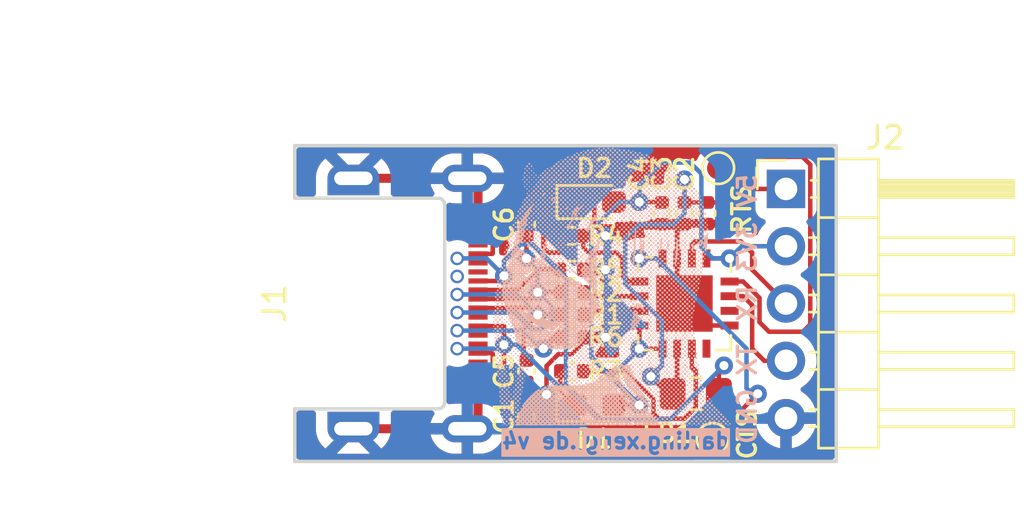
<source format=kicad_pcb>
(kicad_pcb (version 20221018) (generator pcbnew)
  (layers (0 "F.Cu" signal) (31 "B.Cu" signal) (34 "B.Paste" user) (35 "F.Paste" user) (36 "B.SilkS" user "B.Silkscreen") (37 "F.SilkS" user "F.Silkscreen") (38 "B.Mask" user) (39 "F.Mask" user) (44 "Edge.Cuts" user))
  (net 0 "")
  (net 1 "GND")
  (net 2 "VCC")
  (net 3 "+3V3")
  (net 4 "Net-(C5-Pad1)")
  (net 5 "Net-(C6-Pad1)")
  (net 6 "Net-(D1-K)")
  (net 7 "Net-(D2-K)")
  (net 9 "Net-(J1-CC1)")
  (net 11 "Net-(J1-CC2)")
  (net 12 "/RX")
  (net 13 "/TX")
  (net 14 "Net-(U1-USBDM)")
  (net 15 "Net-(U1-USBDP)")
  (net 16 "/RXLED")
  (net 17 "/TXLED")
  (net 18 "/CTS")
  (net 21 "/RTS")
  (net 22 "Net-(C1-Pad1)")
  (footprint "LED_SMD:LED_0603_1608Metric_Pad1.05x0.95mm_HandSolder" (layer "F.Cu") (at 100 143.5)
    (fp_text reference "D2" (at 0 -1.5) (layer "F.SilkS") (effects (font (size 0.8 0.8))))
    (fp_text value "TXLED")
    (pad "1" smd roundrect (at -0.875 0) (size 1.05 0.95) (layers "F.Cu" "F.Paste" "F.Mask") (net 7 "Net-(D2-K)"))
    (pad "2" smd roundrect (at 0.875 0) (size 1.05 0.95) (layers "F.Cu" "F.Paste" "F.Mask") (net 3 "+3V3"))
  )
  (footprint "Inductor_SMD:L_0805_2012Metric_Pad1.15x1.40mm_HandSolder" (layer "F.Cu") (at 104.5 152)
    (fp_text reference "FB1" (at -1.25 1.75 180) (layer "F.SilkS") (effects (font (size 0.8 0.8))))
    (fp_text value "Ferrite_Bead" hide)
    (pad "1" smd roundrect (at -1.025 0) (size 1.15 1.4) (layers "F.Cu" "F.Paste" "F.Mask") (roundrect_rratio 0.2173913043) (net 2 "VCC"))
    (pad "2" smd roundrect (at 1.025 0) (size 1.15 1.4) (layers "F.Cu" "F.Paste" "F.Mask") (roundrect_rratio 0.2173913043) (net 22 "Net-(C1-Pad1)"))
  )
  (footprint "Package_DFN_QFN:QFN-16-1EP_4x4mm_P0.65mm_EP2.5x2.5mm" (layer "F.Cu") (at 104 148 -90)
    (fp_text reference "U1" hide)
    (fp_text value "FT230XQ")
    (pad "1" smd rect (at -2 -0.975 270) (size 0.8 0.35) (layers "F.Cu" "F.Paste" "F.Mask") (net 3 "+3V3"))
    (pad "2" smd rect (at -2 -0.325 270) (size 0.8 0.35) (layers "F.Cu" "F.Paste" "F.Mask") (net 12 "/RX"))
    (pad "3" smd rect (at -2 0.325 270) (size 0.8 0.35) (layers "F.Cu" "F.Paste" "F.Mask") (net 1 "GND"))
    (pad "4" smd rect (at -2 0.975 270) (size 0.8 0.35) (layers "F.Cu" "F.Paste" "F.Mask") (net 18 "/CTS"))
    (pad "5" smd rect (at -0.975 2) (size 0.8 0.35) (layers "F.Cu" "F.Paste" "F.Mask") (net 17 "/TXLED"))
    (pad "6" smd rect (at -0.325 2) (size 0.8 0.35) (layers "F.Cu" "F.Paste" "F.Mask") (net 15 "Net-(U1-USBDP)"))
    (pad "7" smd rect (at 0.325 2) (size 0.8 0.35) (layers "F.Cu" "F.Paste" "F.Mask") (net 14 "Net-(U1-USBDM)"))
    (pad "8" smd rect (at 0.975 2) (size 0.8 0.35) (layers "F.Cu" "F.Paste" "F.Mask") (net 3 "+3V3"))
    (pad "9" smd rect (at 2 0.975 270) (size 0.8 0.35) (layers "F.Cu" "F.Paste" "F.Mask") (net 3 "+3V3"))
    (pad "10" smd rect (at 2 0.325 270) (size 0.8 0.35) (layers "F.Cu" "F.Paste" "F.Mask") (net 2 "VCC"))
    (pad "11" smd rect (at 2 -0.325 270) (size 0.8 0.35) (layers "F.Cu" "F.Paste" "F.Mask") (net 16 "/RXLED"))
    (pad "12" smd rect (at 2 -0.975 270) (size 0.8 0.35) (layers "F.Cu" "F.Paste" "F.Mask"))
    (pad "13" smd rect (at 0.975 -2) (size 0.8 0.35) (layers "F.Cu" "F.Paste" "F.Mask") (net 1 "GND"))
    (pad "14" smd rect (at 0.325 -2) (size 0.8 0.35) (layers "F.Cu" "F.Paste" "F.Mask"))
    (pad "15" smd rect (at -0.325 -2) (size 0.8 0.35) (layers "F.Cu" "F.Paste" "F.Mask") (net 13 "/TX"))
    (pad "16" smd rect (at -0.975 -2) (size 0.8 0.35) (layers "F.Cu" "F.Paste" "F.Mask") (net 21 "/RTS"))
    (pad "17" smd rect (at 0 0 270) (size 2.5 2.5) (layers "F.Cu" "F.Mask") (net 1 "GND"))
  )
  (footprint "Connector_PinHeader_2.54mm:PinHeader_1x05_P2.54mm_Horizontal" (layer "F.Cu") (at 108.5 142.92)
    (fp_text reference "J2" (at 4.385 -2.27) (layer "F.SilkS"))
    (fp_text value "Conn_01x05")
    (pad "1" thru_hole rect (at 0 0) (size 1.7 1.7) (drill 1) (layers "*.Cu" "*.Mask") (net 2 "VCC"))
    (pad "2" thru_hole oval (at 0 2.54) (size 1.7 1.7) (drill 1) (layers "*.Cu" "*.Mask") (net 3 "+3V3"))
    (pad "3" thru_hole oval (at 0 5.08) (size 1.7 1.7) (drill 1) (layers "*.Cu" "*.Mask") (net 12 "/RX"))
    (pad "4" thru_hole oval (at 0 7.62) (size 1.7 1.7) (drill 1) (layers "*.Cu" "*.Mask") (net 13 "/TX"))
    (pad "5" thru_hole oval (at 0 10.16) (size 1.7 1.7) (drill 1) (layers "*.Cu" "*.Mask") (net 1 "GND"))
  )
  (footprint "Resistor_SMD:R_0402_1005Metric" (layer "F.Cu") (at 99 145)
    (fp_text reference "R4" (at 1.5 0) (layer "F.SilkS") (effects (font (size 0.8 0.8))))
    (fp_text value "270R")
    (pad "1" smd roundrect (at -0.51 0) (size 0.54 0.64) (layers "F.Cu" "F.Paste" "F.Mask") (net 7 "Net-(D2-K)"))
    (pad "2" smd roundrect (at 0.51 0) (size 0.54 0.64) (layers "F.Cu" "F.Paste" "F.Mask") (net 17 "/TXLED"))
  )
  (footprint "Resistor_SMD:R_0402_1005Metric" (layer "F.Cu") (at 99 147.5)
    (fp_text reference "R2" (at 1.5 0) (layer "F.SilkS") (effects (font (size 0.8 0.8))))
    (fp_text value "27R")
    (pad "1" smd roundrect (at -0.51 0) (size 0.54 0.64) (layers "F.Cu" "F.Paste" "F.Mask") (net 5 "Net-(C6-Pad1)"))
    (pad "2" smd roundrect (at 0.51 0) (size 0.54 0.64) (layers "F.Cu" "F.Paste" "F.Mask") (net 15 "Net-(U1-USBDP)"))
  )
  (footprint "Capacitor_SMD:C_0402_1005Metric" (layer "F.Cu") (at 97 151 -90)
    (fp_text reference "C5" (at 0 1 90) (layer "F.SilkS") (effects (font (size 0.8 0.8))))
    (fp_text value "47pF")
    (pad "1" smd roundrect (at -0.48 0 270) (size 0.56 0.62) (layers "F.Cu" "F.Paste" "F.Mask") (net 4 "Net-(C5-Pad1)"))
    (pad "2" smd roundrect (at 0.48 0 270) (size 0.56 0.62) (layers "F.Cu" "F.Paste" "F.Mask") (net 1 "GND"))
  )
  (footprint "HIROSE_CX70M-24P1:CX70M-24P1" (layer "F.Cu") (at 86.725 148 -90)
    (fp_text reference "J1" (at 0 0.9 90) (layer "F.SilkS"))
    (fp_text value "USB_C_Receptacle_USB2.0")
    (pad "A1" smd rect (at -2.2 -8.125 270) (size 0.23 0.85) (layers "F.Cu" "F.Paste" "F.Mask") (net 1 "GND"))
    (pad "A2" smd rect (at -1.8 -8.125 270) (size 0.23 0.85) (layers "F.Cu" "F.Paste" "F.Mask"))
    (pad "A3" smd rect (at -1.4 -8.125 270) (size 0.23 0.85) (layers "F.Cu" "F.Paste" "F.Mask"))
    (pad "A4" smd rect (at -1 -8.125 270) (size 0.23 0.85) (layers "F.Cu" "F.Paste" "F.Mask") (net 22 "Net-(C1-Pad1)"))
    (pad "A5" smd rect (at -0.6 -8.125 270) (size 0.23 0.85) (layers "F.Cu" "F.Paste" "F.Mask") (net 9 "Net-(J1-CC1)"))
    (pad "A6" smd rect (at -0.2 -8.125 270) (size 0.23 0.85) (layers "F.Cu" "F.Paste" "F.Mask") (net 5 "Net-(C6-Pad1)"))
    (pad "A7" smd rect (at 0.2 -8.125 270) (size 0.23 0.85) (layers "F.Cu" "F.Paste" "F.Mask") (net 4 "Net-(C5-Pad1)"))
    (pad "A8" smd rect (at 0.6 -8.125 270) (size 0.23 0.85) (layers "F.Cu" "F.Paste" "F.Mask"))
    (pad "A9" smd rect (at 1 -8.125 270) (size 0.23 0.85) (layers "F.Cu" "F.Paste" "F.Mask") (net 22 "Net-(C1-Pad1)"))
    (pad "A10" smd rect (at 1.4 -8.125 270) (size 0.23 0.85) (layers "F.Cu" "F.Paste" "F.Mask"))
    (pad "A11" smd rect (at 1.8 -8.125 270) (size 0.23 0.85) (layers "F.Cu" "F.Paste" "F.Mask"))
    (pad "A12" smd rect (at 2.2 -8.125 270) (size 0.23 0.85) (layers "F.Cu" "F.Paste" "F.Mask") (net 1 "GND"))
    (pad "B1" smd rect (at 3.4 -8.125 270) (size 0.23 0.85) (layers "F.Cu" "F.Paste" "F.Mask") (net 1 "GND"))
    (pad "B2" smd rect (at 3 -8.125 270) (size 0.23 0.85) (layers "F.Cu" "F.Paste" "F.Mask"))
    (pad "B3" smd rect (at 2.6 -8.125 270) (size 0.23 0.85) (layers "F.Cu" "F.Paste" "F.Mask"))
    (pad "B4" thru_hole circle (at 2 -7.2 270) (size 0.6 0.6) (drill 0.4) (layers "*.Cu" "*.Mask") (net 22 "Net-(C1-Pad1)"))
    (pad "B5" thru_hole circle (at 1.2 -7.2 270) (size 0.6 0.6) (drill 0.4) (layers "*.Cu" "*.Mask") (net 11 "Net-(J1-CC2)"))
    (pad "B6" thru_hole circle (at 0.4 -7.2 270) (size 0.6 0.6) (drill 0.4) (layers "*.Cu" "*.Mask") (net 5 "Net-(C6-Pad1)"))
    (pad "B7" thru_hole circle (at -0.4 -7.2 270) (size 0.6 0.6) (drill 0.4) (layers "*.Cu" "*.Mask") (net 4 "Net-(C5-Pad1)"))
    (pad "B8" thru_hole circle (at -1.2 -7.2 270) (size 0.6 0.6) (drill 0.4) (layers "*.Cu" "*.Mask"))
    (pad "B9" thru_hole circle (at -2 -7.2 270) (size 0.6 0.6) (drill 0.4) (layers "*.Cu" "*.Mask") (net 22 "Net-(C1-Pad1)"))
    (pad "B10" smd rect (at -2.6 -8.125 270) (size 0.23 0.85) (layers "F.Cu" "F.Paste" "F.Mask"))
    (pad "B11" smd rect (at -3 -8.125 270) (size 0.23 0.85) (layers "F.Cu" "F.Paste" "F.Mask"))
    (pad "B12" smd rect (at -3.4 -8.125 270) (size 0.23 0.85) (layers "F.Cu" "F.Paste" "F.Mask") (net 1 "GND"))
    (pad "S1" thru_hole oval (at -5.55 -7.65 270) (size 1.2 2.3) (drill oval 0.6 1.7) (layers "*.Cu" "*.Mask") (net 1 "GND"))
    (pad "S1" thru_hole custom (at -5.55 -2.6 270) (size 0.7 1.8) (drill oval 0.6 1.7) (layers "*.Cu" "*.Mask") (net 1 "GND") (options (clearance outline) (anchor rect)) (primitives (gr_line (start 0.45 0.55) (end 0.45 -0.55) (width 0.3)) (gr_line (start -0.45 0.55) (end -0.45 -0.55) (width 0.3)) (gr_arc (start 0.45 0.55) (mid 0 1) (end -0.45 0.55) (width 0.3)) (gr_arc (start -0.45 -0.55) (mid 0 -1) (end 0.45 -0.55) (width 0.3)) (gr_poly (pts (xy 0 -1.15) (xy 0.75 -1.15) (xy 0.75 1.15) (xy 0 1.15) (xy 0 0.85) (xy 0.3 0.85) (xy 0.3 -0.85) (xy 0 -0.85)) (width 0) (fill yes))))
    (pad "S1" smd rect (at -3.915 -8.125 270) (size 0.46 0.85) (layers "F.Cu" "F.Paste" "F.Mask") (net 1 "GND"))
    (pad "S1" smd rect (at 3.915 -8.125 270) (size 0.46 0.85) (layers "F.Cu" "F.Paste" "F.Mask") (net 1 "GND"))
    (pad "S1" thru_hole oval (at 5.55 -7.65 270) (size 1.2 2.3) (drill oval 0.6 1.7) (layers "*.Cu" "*.Mask") (net 1 "GND"))
    (pad "S1" thru_hole custom (at 5.55 -2.6 270) (size 0.7 1.8) (drill oval 0.6 1.7) (layers "*.Cu" "*.Mask") (net 1 "GND") (options (clearance outline) (anchor rect)) (primitives (gr_line (start 0.45 0.55) (end 0.45 -0.55) (width 0.3)) (gr_line (start -0.45 0.55) (end -0.45 -0.55) (width 0.3)) (gr_arc (start 0.45 0.55) (mid 0 1) (end -0.45 0.55) (width 0.3)) (gr_arc (start -0.45 -0.55) (mid 0 -1) (end 0.45 -0.55) (width 0.3)) (gr_poly (pts (xy 0 -1.15) (xy -0.75 -1.15) (xy -0.75 1.15) (xy 0 1.15) (xy 0 0.85) (xy -0.3 0.85) (xy -0.3 -0.85) (xy 0 -0.85)) (width 0) (fill yes))))
  )
  (footprint "TestPoint:TestPoint_Pad_D1.0mm" (layer "F.Cu") (at 105.25 154)
    (fp_text reference "TP2" hide)
    (fp_text value "TestPoint" hide)
    (pad "1" smd circle (at 0 0) (size 1 1) (layers "F.Cu" "F.Mask") (net 18 "/CTS"))
  )
  (footprint "Capacitor_SMD:C_0402_1005Metric" (layer "F.Cu") (at 104 144 -90)
    (fp_text reference "C3" (at -1.75 1 90) (layer "F.SilkS") (effects (font (size 0.8 0.8))))
    (fp_text value "4.7uF")
    (pad "1" smd roundrect (at -0.48 0 270) (size 0.56 0.62) (layers "F.Cu" "F.Paste" "F.Mask") (net 2 "VCC"))
    (pad "2" smd roundrect (at 0.48 0 270) (size 0.56 0.62) (layers "F.Cu" "F.Paste" "F.Mask") (net 1 "GND"))
  )
  (footprint "Capacitor_SMD:C_0402_1005Metric" (layer "F.Cu") (at 103 144 -90)
    (fp_text reference "C4" (at -1.75 1 90) (layer "F.SilkS") (effects (font (size 0.8 0.8))))
    (fp_text value "100nF")
    (pad "1" smd roundrect (at -0.48 0 270) (size 0.56 0.62) (layers "F.Cu" "F.Paste" "F.Mask") (net 3 "+3V3"))
    (pad "2" smd roundrect (at 0.48 0 270) (size 0.56 0.62) (layers "F.Cu" "F.Paste" "F.Mask") (net 1 "GND"))
  )
  (footprint "TestPoint:TestPoint_Pad_D1.0mm" (layer "F.Cu") (at 105.5 142)
    (fp_text reference "TP1" hide)
    (fp_text value "TestPoint" hide)
    (pad "1" smd circle (at 0 0) (size 1 1) (layers "F.Cu" "F.Mask") (net 21 "/RTS"))
  )
  (footprint "LED_SMD:LED_0603_1608Metric_Pad1.05x0.95mm_HandSolder" (layer "F.Cu") (at 100 152.5)
    (fp_text reference "D1" (at 0 1.5) (layer "F.SilkS") (effects (font (size 0.8 0.8))))
    (fp_text value "RXLED")
    (pad "1" smd roundrect (at -0.875 0) (size 1.05 0.95) (layers "F.Cu" "F.Paste" "F.Mask") (net 6 "Net-(D1-K)"))
    (pad "2" smd roundrect (at 0.875 0) (size 1.05 0.95) (layers "F.Cu" "F.Paste" "F.Mask") (net 3 "+3V3"))
  )
  (footprint "Resistor_SMD:R_0402_1005Metric" (layer "F.Cu") (at 99 151)
    (fp_text reference "R3" (at 1.5 0) (layer "F.SilkS") (effects (font (size 0.8 0.8))))
    (fp_text value "270R")
    (pad "1" smd roundrect (at -0.51 0) (size 0.54 0.64) (layers "F.Cu" "F.Paste" "F.Mask") (net 6 "Net-(D1-K)"))
    (pad "2" smd roundrect (at 0.51 0) (size 0.54 0.64) (layers "F.Cu" "F.Paste" "F.Mask") (net 16 "/RXLED"))
  )
  (footprint "Resistor_SMD:R_0402_1005Metric" (layer "F.Cu") (at 99 146.5)
    (fp_text reference "R5" (at 1.5 0) (layer "F.SilkS") (effects (font (size 0.8 0.8))))
    (fp_text value "5k1")
    (pad "1" smd roundrect (at -0.51 0) (size 0.54 0.64) (layers "F.Cu" "F.Paste" "F.Mask") (net 9 "Net-(J1-CC1)"))
    (pad "2" smd roundrect (at 0.51 0) (size 0.54 0.64) (layers "F.Cu" "F.Paste" "F.Mask") (net 1 "GND"))
  )
  (footprint "Resistor_SMD:R_0402_1005Metric" (layer "F.Cu") (at 99 149.5 180)
    (fp_text reference "R6" (at -1.5 0) (layer "F.SilkS") (effects (font (size 0.8 0.8))))
    (fp_text value "5k1")
    (pad "1" smd roundrect (at -0.51 0 180) (size 0.54 0.64) (layers "F.Cu" "F.Paste" "F.Mask") (net 1 "GND"))
    (pad "2" smd roundrect (at 0.51 0 180) (size 0.54 0.64) (layers "F.Cu" "F.Paste" "F.Mask") (net 11 "Net-(J1-CC2)"))
  )
  (footprint "Capacitor_SMD:C_0402_1005Metric" (layer "F.Cu") (at 97 153 90)
    (fp_text reference "C1" (at 0 -1 90) (layer "F.SilkS") (effects (font (size 0.8 0.8))))
    (fp_text value "10nF")
    (pad "1" smd roundrect (at -0.48 0 90) (size 0.56 0.62) (layers "F.Cu" "F.Paste" "F.Mask") (net 22 "Net-(C1-Pad1)"))
    (pad "2" smd roundrect (at 0.48 0 90) (size 0.56 0.62) (layers "F.Cu" "F.Paste" "F.Mask") (net 1 "GND"))
  )
  (footprint "Resistor_SMD:R_0402_1005Metric" (layer "F.Cu") (at 99 148.5 180)
    (fp_text reference "R1" (at -1.5 0) (layer "F.SilkS") (effects (font (size 0.8 0.8))))
    (fp_text value "27R")
    (pad "1" smd roundrect (at -0.51 0 180) (size 0.54 0.64) (layers "F.Cu" "F.Paste" "F.Mask") (net 14 "Net-(U1-USBDM)"))
    (pad "2" smd roundrect (at 0.51 0 180) (size 0.54 0.64) (layers "F.Cu" "F.Paste" "F.Mask") (net 4 "Net-(C5-Pad1)"))
  )
  (footprint "Capacitor_SMD:C_0402_1005Metric" (layer "F.Cu") (at 105 144 -90)
    (fp_text reference "C2" (at -1.75 1 90) (layer "F.SilkS") (effects (font (size 0.8 0.8))))
    (fp_text value "100nF")
    (pad "1" smd roundrect (at -0.48 0 270) (size 0.56 0.62) (layers "F.Cu" "F.Paste" "F.Mask") (net 2 "VCC"))
    (pad "2" smd roundrect (at 0.48 0 270) (size 0.56 0.62) (layers "F.Cu" "F.Paste" "F.Mask") (net 1 "GND"))
  )
  (footprint "Capacitor_SMD:C_0402_1005Metric" (layer "F.Cu") (at 97 144.5 90)
    (fp_text reference "C6" (at 0 -1 90) (layer "F.SilkS") (effects (font (size 0.8 0.8))))
    (fp_text value "47pF")
    (pad "1" smd roundrect (at -0.48 0 90) (size 0.56 0.62) (layers "F.Cu" "F.Paste" "F.Mask") (net 5 "Net-(C6-Pad1)"))
    (pad "2" smd roundrect (at 0.48 0 90) (size 0.56 0.62) (layers "F.Cu" "F.Paste" "F.Mask") (net 1 "GND"))
  )
  (footprint "002:002_inv" (layer "B.Cu") (at 102.3 146.9 180)
    (fp_text reference "G***" hide)
    (fp_text value "LOGO" hide)
  )
  (gr_line (start 86.725 152.67) (end 93.075 152.67) (stroke (width 0.15)) (layer "Edge.Cuts"))
  (gr_line (start 86.725 155) (end 86.725 152.67) (stroke (width 0.15)) (layer "Edge.Cuts"))
  (gr_line (start 86.725 141) (end 110.725 141) (stroke (width 0.15)) (layer "Edge.Cuts"))
  (gr_line (start 86.725 143.33) (end 93.075 143.33) (stroke (width 0.15)) (layer "Edge.Cuts"))
  (gr_line (start 110.725 141) (end 110.725 155) (stroke (width 0.15)) (layer "Edge.Cuts"))
  (gr_line (start 93.375 143.63) (end 93.375 152.37) (stroke (width 0.15)) (layer "Edge.Cuts"))
  (gr_line (start 86.725 143.33) (end 86.725 141) (stroke (width 0.15)) (layer "Edge.Cuts"))
  (gr_arc (start 93.375 152.37) (mid 93.287132 152.582132) (end 93.075 152.67) (stroke (width 0.15)) (layer "Edge.Cuts"))
  (gr_arc (start 93.075 143.33) (mid 93.287132 143.417868) (end 93.375 143.63) (stroke (width 0.15)) (layer "Edge.Cuts"))
  (gr_line (start 110.725 155) (end 86.725 155) (stroke (width 0.15)) (layer "Edge.Cuts"))
  (gr_text "3V3" (at 107.25 145.5 90) (layer "B.SilkS") (effects (font (size 0.8 0.8) (thickness 0.15) bold) (justify bottom mirror)))
  (gr_text "RX" (at 107.25 148 90) (layer "B.SilkS") (effects (font (size 0.8 0.8) (thickness 0.15) bold) (justify bottom mirror)))
  (gr_text "TX" (at 107.25 150.5 90) (layer "B.SilkS") (effects (font (size 0.8 0.8) (thickness 0.15) bold) (justify bottom mirror)))
  (gr_text "5V" (at 107.25 143 90) (layer "B.SilkS") (effects (font (size 0.8 0.8) (thickness 0.15) bold) (justify bottom mirror)))
  (gr_text "darling.xengi.de v4" (at 106.1 154.5) (layer "B.SilkS" knockout) (effects (font (size 0.7 0.7)) (justify left bottom mirror)))
  (gr_text "GND" (at 107.25 153 90) (layer "B.SilkS") (effects (font (size 0.8 0.8) (thickness 0.15) bold) (justify bottom mirror)))
  (gr_text "RTS" (at 107 145 90) (layer "F.SilkS") (effects (font (size 0.8 0.8) (thickness 0.15) bold) (justify left bottom)))
  (gr_text "CTS" (at 107.25 155 90) (layer "F.SilkS") (effects (font (size 0.8 0.8) (thickness 0.15) bold) (justify left bottom)))
  (segment (start 103 144.48) (end 104 144.48) (width 0.2) (layer "F.Cu") (net 1))
  (segment (start 103.675 144.805) (end 104 144.48) (width 0.2) (layer "F.Cu") (net 1))
  (segment (start 99.51 146.5) (end 98.76 145.75) (width 0.2) (layer "F.Cu") (net 1))
  (segment (start 94.85 142.925) (end 94.375 142.45) (width 0.4) (layer "F.Cu") (net 1))
  (segment (start 106 148.975) (end 104.975 148.975) (width 0.2) (layer "F.Cu") (net 1))
  (segment (start 97.5 142.75) (end 99.563482 142.75) (width 0.2) (layer "F.Cu") (net 1))
  (segment (start 103.675 147.675) (end 104 148) (width 0.2) (layer "F.Cu") (net 1))
  (segment (start 95.502 151.373) (end 95.475 151.4) (width 0.2) (layer "F.Cu") (net 1))
  (segment (start 101.02 144.48) (end 103 144.48) (width 0.2) (layer "F.Cu") (net 1))
  (segment (start 95.475 144.6) (end 94.85 144.6) (width 0.2) (layer "F.Cu") (net 1))
  (segment (start 94.85 145.8) (end 95.475 145.8) (width 0.2) (layer "F.Cu") (net 1))
  (segment (start 95.502 150.227) (end 95.502 151.373) (width 0.2) (layer "F.Cu") (net 1))
  (segment (start 97.27 144.02) (end 97.75 144.5) (width 0.2) (layer "F.Cu") (net 1))
  (segment (start 97 143.25) (end 97.5 142.75) (width 0.2) (layer "F.Cu") (net 1))
  (segment (start 105 144.48) (end 104 144.48) (width 0.2) (layer "F.Cu") (net 1))
  (segment (start 98 145.75) (end 97.75 145.5) (width 0.2) (layer "F.Cu") (net 1))
  (segment (start 98.404312 150.25) (end 97.886003 150.768309) (width 0.2) (layer "F.Cu") (net 1))
  (segment (start 89.325 153.55) (end 94.375 153.55) (width 0.4) (layer "F.Cu") (net 1))
  (segment (start 95.475 150.2) (end 95.502 150.227) (width 0.2) (layer "F.Cu") (net 1))
  (segment (start 99.51 149.5) (end 99.51 149.74) (width 0.2) (layer "F.Cu") (net 1))
  (segment (start 94.85 151.4) (end 94.85 151.915) (width 0.2) (layer "F.Cu") (net 1))
  (segment (start 97.75 145.5) (end 97.75 144.5) (width 0.2) (layer "F.Cu") (net 1))
  (segment (start 100 144.5) (end 100.5 145) (width 0.2) (layer "F.Cu") (net 1))
  (segment (start 104.975 148.975) (end 104 148) (width 0.2) (layer "F.Cu") (net 1))
  (segment (start 94.85 153.075) (end 94.375 153.55) (width 0.4) (layer "F.Cu") (net 1))
  (segment (start 100 143.186518) (end 100 144.5) (width 0.2) (layer "F.Cu") (net 1))
  (segment (start 94.85 144.6) (end 94.85 144.085) (width 0.2) (layer "F.Cu") (net 1))
  (segment (start 97 144.02) (end 97.27 144.02) (width 0.2) (layer "F.Cu") (net 1))
  (segment (start 99.51 146.5) (end 100.5 146.5) (width 0.2) (layer "F.Cu") (net 1))
  (segment (start 100.5 149.5) (end 99.51 149.5) (width 0.2) (layer "F.Cu") (net 1))
  (segment (start 99 150.25) (end 98.404312 150.25) (width 0.2) (layer "F.Cu") (net 1))
  (segment (start 98.76 145.75) (end 98 145.75) (width 0.2) (layer "F.Cu") (net 1))
  (segment (start 94.85 151.915) (end 94.85 153.075) (width 0.4) (layer "F.Cu") (net 1))
  (segment (start 97.886003 150.768309) (end 97.886003 152.031407) (width 0.2) (layer "F.Cu") (net 1))
  (segment (start 94.85 144.085) (end 94.85 142.925) (width 0.4) (layer "F.Cu") (net 1))
  (segment (start 99.51 149.74) (end 99 150.25) (width 0.2) (layer "F.Cu") (net 1))
  (segment (start 95.502 145.773) (end 95.502 144.627) (width 0.2) (layer "F.Cu") (net 1))
  (segment (start 99.563482 142.75) (end 100 143.186518) (width 0.2) (layer "F.Cu") (net 1))
  (segment (start 95.475 145.8) (end 95.502 145.773) (width 0.2) (layer "F.Cu") (net 1))
  (segment (start 95.502 144.627) (end 95.475 144.6) (width 0.2) (layer "F.Cu") (net 1))
  (segment (start 103.675 146) (end 103.675 147.675) (width 0.2) (layer "F.Cu") (net 1))
  (segment (start 103.675 146) (end 103.675 144.805) (width 0.2) (layer "F.Cu") (net 1))
  (segment (start 89.325 142.45) (end 94.375 142.45) (width 0.4) (layer "F.Cu") (net 1))
  (segment (start 95.475 151.4) (end 94.85 151.4) (width 0.2) (layer "F.Cu") (net 1))
  (segment (start 97 144.02) (end 97 143.25) (width 0.2) (layer "F.Cu") (net 1))
  (segment (start 100.5 145) (end 101.02 144.48) (width 0.2) (layer "F.Cu") (net 1))
  (segment (start 94.85 150.2) (end 95.475 150.2) (width 0.2) (layer "F.Cu") (net 1))
  (via (at 100.5 145) (size 0.8) (drill 0.4) (layers "F.Cu" "B.Cu") (net 1))
  (via (at 100.5 146.5) (size 0.8) (drill 0.4) (layers "F.Cu" "B.Cu") (net 1))
  (via (at 100.5 149.5) (size 0.8) (drill 0.4) (layers "F.Cu" "B.Cu") (net 1))
  (via (at 97.886003 152.031407) (size 0.8) (drill 0.4) (layers "F.Cu" "B.Cu") (net 1))
  (segment (start 100.5 146) (end 100.5 146.5) (width 0.2) (layer "B.Cu") (net 1))
  (segment (start 100.5 146) (end 100.5 145) (width 0.2) (layer "B.Cu") (net 1))
  (segment (start 100.5 146.5) (end 100.5 149.5) (width 0.2) (layer "B.Cu") (net 1))
  (segment (start 105 143.52) (end 104 143.52) (width 0.2) (layer "F.Cu") (net 2))
  (segment (start 103.675 151.8) (end 103.475 152) (width 0.2) (layer "F.Cu") (net 2))
  (segment (start 103.675 150) (end 103.675 151.8) (width 0.2) (layer "F.Cu") (net 2))
  (segment (start 104 143.52) (end 104 142.5) (width 0.2) (layer "F.Cu") (net 2))
  (segment (start 106 143.52) (end 106.6 142.92) (width 0.2) (layer "F.Cu") (net 2))
  (segment (start 105 143.52) (end 106 143.52) (width 0.2) (layer "F.Cu") (net 2))
  (segment (start 106.6 142.92) (end 108.5 142.92) (width 0.2) (layer "F.Cu") (net 2))
  (segment (start 103.272718 152) (end 102.511359 151.238641) (width 0.2) (layer "F.Cu") (net 2))
  (segment (start 103.475 152) (end 103.272718 152) (width 0.2) (layer "F.Cu") (net 2))
  (via (at 102.511359 151.238641) (size 0.8) (drill 0.4) (layers "F.Cu" "B.Cu") (net 2))
  (via (at 104 142.5) (size 0.8) (drill 0.4) (layers "F.Cu" "B.Cu") (net 2))
  (segment (start 103 150.75) (end 103 148.75) (width 0.2) (layer "B.Cu") (net 2))
  (segment (start 104 144) (end 103.5 144.5) (width 0.2) (layer "B.Cu") (net 2))
  (segment (start 103 148.75) (end 101.373 147.123) (width 0.2) (layer "B.Cu") (net 2))
  (segment (start 101.373 147.123) (end 101.373 145.127) (width 0.2) (layer "B.Cu") (net 2))
  (segment (start 102.511359 151.238641) (end 103 150.75) (width 0.2) (layer "B.Cu") (net 2))
  (segment (start 104 142.5) (end 104 144) (width 0.2) (layer "B.Cu") (net 2))
  (segment (start 103.5 144.5) (end 102 144.5) (width 0.2) (layer "B.Cu") (net 2))
  (segment (start 101.373 145.127) (end 102 144.5) (width 0.2) (layer "B.Cu") (net 2))
  (segment (start 100.875 143.5) (end 102 143.5) (width 0.2) (layer "F.Cu") (net 3))
  (segment (start 102.98 143.5) (end 103 143.52) (width 0.2) (layer "F.Cu") (net 3))
  (segment (start 104.975 146) (end 106 146) (width 0.2) (layer "F.Cu") (net 3))
  (segment (start 102 143.5) (end 102.98 143.5) (width 0.2) (layer "F.Cu") (net 3))
  (segment (start 102 152.5) (end 100.875 152.5) (width 0.2) (layer "F.Cu") (net 3))
  (segment (start 103.025 150) (end 102 150) (width 0.2) (layer "F.Cu") (net 3))
  (segment (start 102 148.975) (end 102 150) (width 0.2) (layer "F.Cu") (net 3))
  (via (at 102 143.5) (size 0.8) (drill 0.4) (layers "F.Cu" "B.Cu") (net 3))
  (via (at 106 146) (size 0.8) (drill 0.4) (layers "F.Cu" "B.Cu") (net 3))
  (via (at 102 150) (size 0.8) (drill 0.4) (layers "F.Cu" "B.Cu") (net 3))
  (via (at 102 152.5) (size 0.8) (drill 0.4) (layers "F.Cu" "B.Cu") (net 3))
  (segment (start 102 152.5) (end 100.625 151.125) (width 0.2) (layer "B.Cu") (net 3))
  (segment (start 102 143.5) (end 101.113288 143.5) (width 0.2) (layer "B.Cu") (net 3))
  (segment (start 99.873 144.740288) (end 99.873 149.5) (width 0.2) (layer "B.Cu") (net 3))
  (segment (start 99.873 150.373) (end 99.873 149.5) (width 0.2) (layer "B.Cu") (net 3))
  (segment (start 99.873 149.5) (end 99.873 149.873) (width 0.2) (layer "B.Cu") (net 3))
  (segment (start 104.75 142.25) (end 104.25 141.75) (width 0.2) (layer "B.Cu") (net 3))
  (segment (start 103 141.75) (end 102 142.75) (width 0.2) (layer "B.Cu") (net 3))
  (segment (start 101.25 150.75) (end 102 150) (width 0.2) (layer "B.Cu") (net 3))
  (segment (start 106 146) (end 106.54 145.46) (width 0.2) (layer "B.Cu") (net 3))
  (segment (start 102 150) (end 100.875 151.125) (width 0.2) (layer "B.Cu") (net 3))
  (segment (start 100.625 151.125) (end 99.873 150.373) (width 0.2) (layer "B.Cu") (net 3))
  (segment (start 102 152.5) (end 101.5 152) (width 0.2) (layer "B.Cu") (net 3))
  (segment (start 102 142.75) (end 102 143.5) (width 0.2) (layer "B.Cu") (net 3))
  (segment (start 106.54 145.46) (end 108.5 145.46) (width 0.2) (layer "B.Cu") (net 3))
  (segment (start 100.875 151.125) (end 100.625 151.125) (width 0.2) (layer "B.Cu") (net 3))
  (segment (start 104.25 141.75) (end 103 141.75) (width 0.2) (layer "B.Cu") (net 3))
  (segment (start 106 146) (end 105.25 146) (width 0.2) (layer "B.Cu") (net 3))
  (segment (start 101.113288 143.5) (end 99.873 144.740288) (width 0.2) (layer "B.Cu") (net 3))
  (segment (start 105.25 146) (end 104.75 145.5) (width 0.2) (layer "B.Cu") (net 3))
  (segment (start 104.75 145.5) (end 104.75 142.25) (width 0.2) (layer "B.Cu") (net 3))
  (segment (start 101.5 150.5) (end 102 150) (width 0.2) (layer "B.Cu") (net 3))
  (segment (start 96.873 150.393) (end 96.873 149.127) (width 0.2) (layer "F.Cu") (net 4))
  (segment (start 97.2 148.2) (end 97.5 148.5) (width 0.2) (layer "F.Cu") (net 4))
  (segment (start 98.49 148.5) (end 97.5 148.5) (width 0.2) (layer "F.Cu") (net 4))
  (segment (start 94.85 148.2) (end 97.2 148.2) (width 0.2) (layer "F.Cu") (net 4))
  (segment (start 96.873 149.127) (end 97.5 148.5) (width 0.2) (layer "F.Cu") (net 4))
  (segment (start 97 150.52) (end 96.873 150.393) (width 0.2) (layer "F.Cu") (net 4))
  (via (at 97.5 148.5) (size 0.8) (drill 0.4) (layers "F.Cu" "B.Cu") (net 4))
  (segment (start 96.6 147.6) (end 97.5 148.5) (width 0.2) (layer "B.Cu") (net 4))
  (segment (start 93.925 147.6) (end 96.6 147.6) (width 0.2) (layer "B.Cu") (net 4))
  (segment (start 94.85 147.8) (end 97.2 147.8) (width 0.2) (layer "F.Cu") (net 5))
  (segment (start 98.49 147.5) (end 97.5 147.5) (width 0.2) (layer "F.Cu") (net 5))
  (segment (start 97.2 147.8) (end 97.5 147.5) (width 0.2) (layer "F.Cu") (net 5))
  (segment (start 97 146) (end 97 144.98) (width 0.2) (layer "F.Cu") (net 5))
  (via (at 97 146) (size 0.8) (drill 0.4) (layers "F.Cu" "B.Cu") (net 5))
  (via (at 97.5 147.5) (size 0.8) (drill 0.4) (layers "F.Cu" "B.Cu") (net 5))
  (segment (start 97.240288 149.127) (end 97.759712 149.127) (width 0.2) (layer "B.Cu") (net 5))
  (segment (start 97.5 147.5) (end 97.5 146.5) (width 0.2) (layer "B.Cu") (net 5))
  (segment (start 98.127 148.759712) (end 98.127 148.127) (width 0.2) (layer "B.Cu") (net 5))
  (segment (start 93.925 148.4) (end 96.513288 148.4) (width 0.2) (layer "B.Cu") (net 5))
  (segment (start 96.513288 148.4) (end 97.240288 149.127) (width 0.2) (layer "B.Cu") (net 5))
  (segment (start 97.759712 149.127) (end 98.127 148.759712) (width 0.2) (layer "B.Cu") (net 5))
  (segment (start 97.5 146.5) (end 97 146) (width 0.2) (layer "B.Cu") (net 5))
  (segment (start 98.127 148.127) (end 97.5 147.5) (width 0.2) (layer "B.Cu") (net 5))
  (segment (start 98.49 151) (end 98.49 151.865) (width 0.2) (layer "F.Cu") (net 6))
  (segment (start 98.49 151.865) (end 99.125 152.5) (width 0.2) (layer "F.Cu") (net 6))
  (segment (start 98.49 144.135) (end 99.125 143.5) (width 0.2) (layer "F.Cu") (net 7))
  (segment (start 98.49 145) (end 98.49 144.135) (width 0.2) (layer "F.Cu") (net 7))
  (segment (start 97.5 146.5) (end 98.49 146.5) (width 0.2) (layer "F.Cu") (net 9))
  (segment (start 96.6 147.4) (end 97.5 146.5) (width 0.2) (layer "F.Cu") (net 9))
  (segment (start 94.85 147.4) (end 96.6 147.4) (width 0.2) (layer "F.Cu") (net 9))
  (segment (start 98.25 149.5) (end 97.75 150) (width 0.2) (layer "F.Cu") (net 11))
  (segment (start 98.49 149.5) (end 98.25 149.5) (width 0.2) (layer "F.Cu") (net 11))
  (via (at 97.75 150) (size 0.8) (drill 0.4) (layers "F.Cu" "B.Cu") (net 11))
  (segment (start 96.85084 149.2) (end 97.65084 150) (width 0.2) (layer "B.Cu") (net 11))
  (segment (start 97.65084 150) (end 97.75 150) (width 0.2) (layer "B.Cu") (net 11))
  (segment (start 93.925 149.2) (end 96.85084 149.2) (width 0.2) (layer "B.Cu") (net 11))
  (segment (start 104.475 145.25) (end 106.5 145.25) (width 0.2) (layer "F.Cu") (net 12))
  (segment (start 104.325 145.4) (end 104.475 145.25) (width 0.2) (layer "F.Cu") (net 12))
  (segment (start 107 145.75) (end 107 146.5) (width 0.2) (layer "F.Cu") (net 12))
  (segment (start 106.5 145.25) (end 107 145.75) (width 0.2) (layer "F.Cu") (net 12))
  (segment (start 104.325 146) (end 104.325 145.4) (width 0.2) (layer "F.Cu") (net 12))
  (segment (start 107 146.5) (end 108.5 148) (width 0.2) (layer "F.Cu") (net 12))
  (segment (start 106.6 147.675) (end 106 147.675) (width 0.2) (layer "F.Cu") (net 13))
  (segment (start 107.54 150.54) (end 107 150) (width 0.2) (layer "F.Cu") (net 13))
  (segment (start 107 150) (end 107 148.075) (width 0.2) (layer "F.Cu") (net 13))
  (segment (start 107 148.075) (end 106.6 147.675) (width 0.2) (layer "F.Cu") (net 13))
  (segment (start 108.5 150.54) (end 107.54 150.54) (width 0.2) (layer "F.Cu") (net 13))
  (segment (start 102 148.325) (end 99.685 148.325) (width 0.2) (layer "F.Cu") (net 14))
  (segment (start 99.685 148.325) (end 99.51 148.5) (width 0.2) (layer "F.Cu") (net 14))
  (segment (start 102 147.675) (end 99.685 147.675) (width 0.2) (layer "F.Cu") (net 15))
  (segment (start 99.685 147.675) (end 99.51 147.5) (width 0.2) (layer "F.Cu") (net 15))
  (segment (start 102.627 152.240288) (end 101.386712 151) (width 0.2) (layer "F.Cu") (net 16))
  (segment (start 101.386712 151) (end 99.51 151) (width 0.2) (layer "F.Cu") (net 16))
  (segment (start 102.85158 153.10158) (end 102.627 152.877) (width 0.2) (layer "F.Cu") (net 16))
  (segment (start 104.325 150) (end 104.325 150.825) (width 0.2) (layer "F.Cu") (net 16))
  (segment (start 104.5 151) (end 104.5 152.59958) (width 0.2) (layer "F.Cu") (net 16))
  (segment (start 103.998 153.10158) (end 102.85158 153.10158) (width 0.2) (layer "F.Cu") (net 16))
  (segment (start 104.325 150.825) (end 104.5 151) (width 0.2) (layer "F.Cu") (net 16))
  (segment (start 102.627 152.877) (end 102.627 152.240288) (width 0.2) (layer "F.Cu") (net 16))
  (segment (start 104.5 152.59958) (end 103.998 153.10158) (width 0.2) (layer "F.Cu") (net 16))
  (segment (start 99.75 145.75) (end 99.51 145.51) (width 0.2) (layer "F.Cu") (net 17))
  (segment (start 101.525 147.025) (end 101.25 146.75) (width 0.2) (layer "F.Cu") (net 17))
  (segment (start 101.25 146.75) (end 101.25 146) (width 0.2) (layer "F.Cu") (net 17))
  (segment (start 102 147.025) (end 101.525 147.025) (width 0.2) (layer "F.Cu") (net 17))
  (segment (start 99.51 145.51) (end 99.51 145) (width 0.2) (layer "F.Cu") (net 17))
  (segment (start 101 145.75) (end 99.75 145.75) (width 0.2) (layer "F.Cu") (net 17))
  (segment (start 101.25 146) (end 101 145.75) (width 0.2) (layer "F.Cu") (net 17))
  (segment (start 107.25 152) (end 107.25 152.25) (width 0.2) (layer "F.Cu") (net 18))
  (segment (start 103.025 146) (end 102 146) (width 0.2) (layer "F.Cu") (net 18))
  (segment (start 105.25 154) (end 107.25 152) (width 0.2) (layer "F.Cu") (net 18))
  (via (at 107.25 152) (size 0.8) (drill 0.4) (layers "F.Cu" "B.Cu") (net 18))
  (via (at 102 146) (size 0.8) (drill 0.4) (layers "F.Cu" "B.Cu") (net 18))
  (segment (start 107 152) (end 106.75 151.75) (width 0.2) (layer "B.Cu") (net 18))
  (segment (start 106.75 150) (end 102.75 146) (width 0.2) (layer "B.Cu") (net 18))
  (segment (start 107.25 152) (end 107 152) (width 0.2) (layer "B.Cu") (net 18))
  (segment (start 102.75 146) (end 102 146) (width 0.2) (layer "B.Cu") (net 18))
  (segment (start 106.75 151.75) (end 106.75 150) (width 0.2) (layer "B.Cu") (net 18))
  (segment (start 107.327 147.752) (end 107.327 148.827) (width 0.2) (layer "F.Cu") (net 21))
  (segment (start 109.577 141.843) (end 109.234 141.5) (width 0.2) (layer "F.Cu") (net 21))
  (segment (start 109.25 149.25) (end 109.577 148.923) (width 0.2) (layer "F.Cu") (net 21))
  (segment (start 109.577 148.923) (end 109.577 141.843) (width 0.2) (layer "F.Cu") (net 21))
  (segment (start 106 141.5) (end 109.234 141.5) (width 0.2) (layer "F.Cu") (net 21))
  (segment (start 107.327 148.827) (end 107.75 149.25) (width 0.2) (layer "F.Cu") (net 21))
  (segment (start 106.6 147.025) (end 107.327 147.752) (width 0.2) (layer "F.Cu") (net 21))
  (segment (start 107.75 149.25) (end 109.25 149.25) (width 0.2) (layer "F.Cu") (net 21))
  (segment (start 106 147.025) (end 106.6 147.025) (width 0.2) (layer "F.Cu") (net 21))
  (segment (start 105.5 142) (end 106 141.5) (width 0.2) (layer "F.Cu") (net 21))
  (segment (start 105.525 152) (end 105.525 150.975) (width 0.2) (layer "F.Cu") (net 22))
  (segment (start 95.7735 147) (end 94.85 147) (width 0.2) (layer "F.Cu") (net 22))
  (segment (start 96.48 153.48) (end 97 153.48) (width 0.2) (layer "F.Cu") (net 22))
  (segment (start 105.525 150.975) (end 105.75 150.75) (width 0.2) (layer "F.Cu") (net 22))
  (segment (start 96 152) (end 96 153) (width 0.2) (layer "F.Cu") (net 22))
  (segment (start 96 146.7735) (end 95.7735 147) (width 0.2) (layer "F.Cu") (net 22))
  (segment (start 104.27 153.48) (end 105.525 152.225) (width 0.2) (layer "F.Cu") (net 22))
  (segment (start 96 153) (end 96.48 153.48) (width 0.2) (layer "F.Cu") (net 22))
  (segment (start 97 153.48) (end 104.27 153.48) (width 0.2) (layer "F.Cu") (net 22))
  (segment (start 96 149) (end 96 152) (width 0.2) (layer "F.Cu") (net 22))
  (segment (start 105.525 152.225) (end 105.525 152) (width 0.2) (layer "F.Cu") (net 22))
  (segment (start 94.85 149) (end 96 149) (width 0.2) (layer "F.Cu") (net 22))
  (via (at 96 149.8265) (size 0.8) (drill 0.4) (layers "F.Cu" "B.Cu") (net 22))
  (via (at 105.75 150.75) (size 0.8) (drill 0.4) (layers "F.Cu" "B.Cu") (net 22))
  (via (at 96 146.7735) (size 0.8) (drill 0.4) (layers "F.Cu" "B.Cu") (net 22))
  (segment (start 93.925 146) (end 95.2265 146) (width 0.2) (layer "B.Cu") (net 22))
  (segment (start 96.740288 145.373) (end 96 146.113288) (width 0.2) (layer "B.Cu") (net 22))
  (segment (start 96 149.8265) (end 96.567808 149.8265) (width 0.2) (layer "B.Cu") (net 22))
  (segment (start 98.75 151.5) (end 98.75 151.636712) (width 0.2) (layer "B.Cu") (net 22))
  (segment (start 97.693356 145.806644) (end 97.259712 145.373) (width 0.2) (layer "B.Cu") (net 22))
  (segment (start 97.693356 145.806644) (end 98.75 146.863288) (width 0.2) (layer "B.Cu") (net 22))
  (segment (start 98.37802 151.636712) (end 98.75 151.636712) (width 0.2) (layer "B.Cu") (net 22))
  (segment (start 93.925 150) (end 95.8265 150) (width 0.2) (layer "B.Cu") (net 22))
  (segment (start 96 146.113288) (end 96 146.7735) (width 0.2) (layer "B.Cu") (net 22))
  (segment (start 103.373 153.127) (end 100.240288 153.127) (width 0.2) (layer "B.Cu") (net 22))
  (segment (start 97.259712 145.373) (end 96.740288 145.373) (width 0.2) (layer "B.Cu") (net 22))
  (segment (start 100.240288 153.127) (end 98.931644 151.818356) (width 0.2) (layer "B.Cu") (net 22))
  (segment (start 105.75 150.75) (end 103.373 153.127) (width 0.2) (layer "B.Cu") (net 22))
  (segment (start 95.2265 146) (end 96 146.7735) (width 0.2) (layer "B.Cu") (net 22))
  (segment (start 98.75 151.636712) (end 98.931644 151.818356) (width 0.2) (layer "B.Cu") (net 22))
  (segment (start 96.567808 149.8265) (end 98.37802 151.636712) (width 0.2) (layer "B.Cu") (net 22))
  (segment (start 95.8265 150) (end 96 149.8265) (width 0.2) (layer "B.Cu") (net 22))
  (segment (start 98.127 146.240288) (end 97.693356 145.806644) (width 0.2) (layer "B.Cu") (net 22))
  (segment (start 98.75 146.863288) (end 98.75 151.5) (width 0.2) (layer "B.Cu") (net 22))
  (zone (net 1) (net_name "GND") (layer "F.Cu") (connect_pads (clearance 0.508)) (min_thickness 0.254) (fill yes (thermal_gap 0.508) (thermal_bridge_width 0.508))
    (polygon (pts (xy 86.725 141) (xy 110.725 141) (xy 110.725 155) (xy 86.725 155) (xy 86.725 152.5) (xy 86.725 143)))
  )
  (zone (net 1) (net_name "GND") (layer "B.Cu") (connect_pads (clearance 0.508)) (min_thickness 0.254) (fill yes (thermal_gap 0.508) (thermal_bridge_width 0.508))
    (polygon (pts (xy 86.725 141) (xy 110.725 141) (xy 110.725 155) (xy 86.725 155) (xy 86.725 152.5) (xy 86.725 143)))
  )
)
</source>
